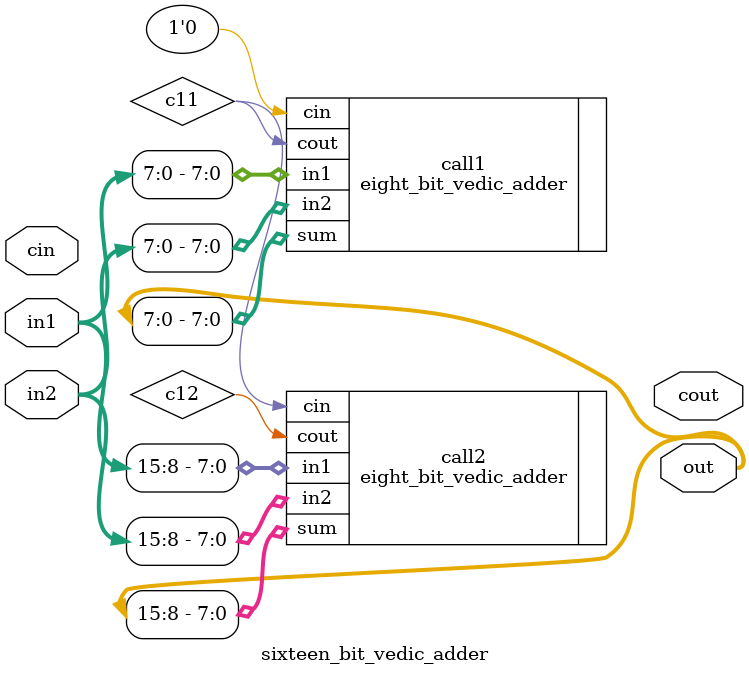
<source format=v>
`timescale 1ns / 1ps
module sixteen_bit_vedic_adder(in1, in2, cin, out, cout );

input [15:0] in1;
input [15:0] in2 ;
input cin ;
output [15:0] out ;
output cout ;

wire c11, c12 ;


eight_bit_vedic_adder call1(

.in1(in1[7:0]) ,
.in2(in2[7:0]),
.cin(1'b0) ,
.sum(out[7:0]),
.cout(c11)
);


eight_bit_vedic_adder call2(

.in1(in1[15:8]),
.in2(in2[15:8]) ,
.cin(c11),
.sum(out[15:8]),
.cout(c12)

);




endmodule

</source>
